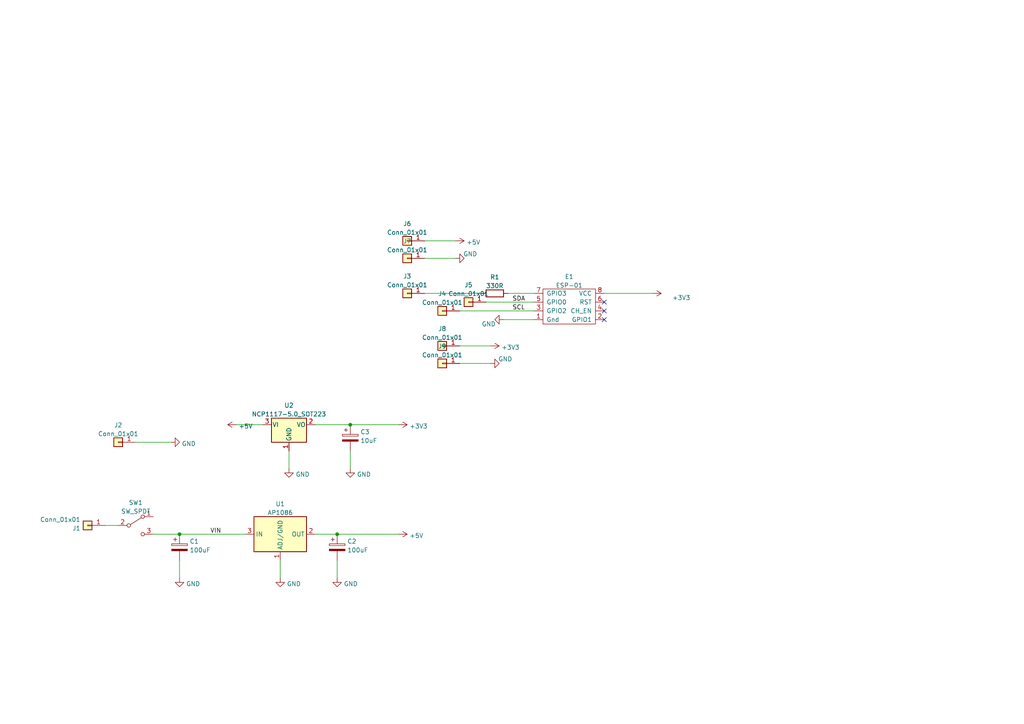
<source format=kicad_sch>
(kicad_sch (version 20211123) (generator eeschema)
  (paper "A4")
  (lib_symbols
    (symbol "Connector_Generic:Conn_01x01" (pin_names (offset 1.016) hide)
      (property "Reference" "J" (at 0 2.54 0))
      (property "Value" "Conn_01x01" (at 0 -2.54 0))
      (symbol "Conn_01x01_1_1"
        (rectangle (start -1.27 0.127) (end 0 -0.127) (stroke (width 0.1524)))
        (rectangle (start -1.27 1.27) (end 1.27 -1.27) (stroke (width 0.254)) (fill (type background)))
        (pin passive line (at -5.08 0 0) (length 3.81) (name "Pin_1") (number "1"))
      )
    )
    (symbol "Device:C_Polarized" (pin_numbers hide) (pin_names (offset 0.254))
      (property "Reference" "C" (at 0.635 2.54 0))
      (property "Value" "C_Polarized" (at 0.635 -2.54 0))
      (symbol "C_Polarized_0_1"
        (rectangle (start -2.286 0.508) (end 2.286 1.016))
        (polyline (pts (xy -1.778 2.286) (xy -0.762 2.286)))
        (polyline (pts (xy -1.27 2.794) (xy -1.27 1.778)))
        (rectangle (start 2.286 -0.508) (end -2.286 -1.016) (fill (type outline)))
      )
      (symbol "C_Polarized_1_1"
        (pin passive line (at 0 3.81 270) (length 2.794) (name "~") (number "1"))
        (pin passive line (at 0 -3.81 90) (length 2.794) (name "~") (number "2"))
      )
    )
    (symbol "Device:R" (pin_numbers hide) (pin_names (offset 0))
      (property "Reference" "R" (at 2.032 0 90))
      (property "Value" "R" (at 0 0 90))
      (symbol "R_0_1"
        (rectangle (start -1.016 -2.54) (end 1.016 2.54) (stroke (width 0.254)))
      )
      (symbol "R_1_1"
        (pin passive line (at 0 3.81 270) (length 1.27) (name "~") (number "1"))
        (pin passive line (at 0 -3.81 90) (length 1.27) (name "~") (number "2"))
      )
    )
    (symbol "Kitecraft_Boards:ESP-01" (pin_names (offset 1.016))
      (property "Reference" "E" (at 0 8.89 0))
      (property "Value" "ESP-01" (at 1.27 -3.81 0))
      (symbol "ESP-01_0_1"
        (polyline (pts (xy -7.62 7.62) (xy -7.62 -2.54) (xy 7.62 -2.54) (xy 7.62 7.62) (xy -7.62 7.62)))
      )
      (symbol "ESP-01_1_1"
        (pin input line (at -10.16 -1.27 0) (length 2.54) (name "Gnd") (number "1"))
        (pin input line (at 10.16 -1.27 180) (length 2.54) (name "GPIO1") (number "2"))
        (pin input line (at -10.16 1.27 0) (length 2.54) (name "GPIO2") (number "3"))
        (pin input line (at 10.16 1.27 180) (length 2.54) (name "CH_EN") (number "4"))
        (pin input line (at -10.16 3.81 0) (length 2.54) (name "GPIO0") (number "5"))
        (pin input line (at 10.16 3.81 180) (length 2.54) (name "RST") (number "6"))
        (pin input line (at -10.16 6.35 0) (length 2.54) (name "GPIO3") (number "7"))
        (pin input line (at 10.16 6.35 180) (length 2.54) (name "VCC") (number "8"))
      )
    )
    (symbol "Kitecraft_Voltage_Regulators:AP1086"
      (property "Reference" "U" (at 0 10.16 0))
      (property "Value" "AP1086" (at 0 7.62 0))
      (symbol "AP1086_1_1"
        (rectangle (start -7.62 -5.08) (end 7.62 5.08) (stroke (width 0.254)) (fill (type background)))
        (pin input line (at 0 -7.62 90) (length 2.54) (name "ADJ/GND") (number "1"))
        (pin power_out line (at 10.16 0 180) (length 2.54) (name "OUT") (number "2"))
        (pin power_in line (at -10.16 0 0) (length 2.54) (name "IN") (number "3"))
      )
    )
    (symbol "Regulator_Linear:NCP1117-5.0_SOT223" (pin_names (offset 0.254))
      (property "Reference" "U" (at -3.81 3.175 0))
      (property "Value" "NCP1117-5.0_SOT223" (at 0 3.175 0))
      (symbol "NCP1117-5.0_SOT223_0_1"
        (rectangle (start -5.08 -5.08) (end 5.08 1.905) (stroke (width 0.254)) (fill (type background)))
      )
      (symbol "NCP1117-5.0_SOT223_1_1"
        (pin power_in line (at 0 -7.62 90) (length 2.54) (name "GND") (number "1"))
        (pin power_out line (at 7.62 0 180) (length 2.54) (name "VO") (number "2"))
        (pin power_in line (at -7.62 0 0) (length 2.54) (name "VI") (number "3"))
      )
    )
    (symbol "Switch:SW_SPDT" (pin_names (offset 0) hide)
      (property "Reference" "SW" (at 0 4.318 0))
      (property "Value" "SW_SPDT" (at 0 -5.08 0))
      (symbol "SW_SPDT_0_0"
        (circle (center -2.032 0) (radius 0.508))
        (circle (center 2.032 -2.54) (radius 0.508))
      )
      (symbol "SW_SPDT_0_1"
        (polyline (pts (xy -1.524 0.254) (xy 1.651 2.286)))
        (circle (center 2.032 2.54) (radius 0.508))
      )
      (symbol "SW_SPDT_1_1"
        (pin passive line (at 5.08 2.54 180) (length 2.54) (name "A") (number "1"))
        (pin passive line (at -5.08 0 0) (length 2.54) (name "B") (number "2"))
        (pin passive line (at 5.08 -2.54 180) (length 2.54) (name "C") (number "3"))
      )
    )
    (symbol "power:+3.3V" (power) (pin_names (offset 0))
      (property "Value" "+3.3V" (at 0 3.556 0))
      (symbol "+3.3V_0_1"
        (polyline (pts (xy -0.762 1.27) (xy 0 2.54)))
        (polyline (pts (xy 0 0) (xy 0 2.54)))
        (polyline (pts (xy 0 2.54) (xy 0.762 1.27)))
      )
      (symbol "+3.3V_1_1"
        (pin power_in line (at 0 0 90) (length 0) hide (name "+3V3") (number "1"))
      )
    )
    (symbol "power:+5V" (power) (pin_names (offset 0))
      (property "Value" "+5V" (at 0 3.556 0))
      (symbol "+5V_0_1"
        (polyline (pts (xy -0.762 1.27) (xy 0 2.54)))
        (polyline (pts (xy 0 0) (xy 0 2.54)))
        (polyline (pts (xy 0 2.54) (xy 0.762 1.27)))
      )
      (symbol "+5V_1_1"
        (pin power_in line (at 0 0 90) (length 0) hide (name "+5V") (number "1"))
      )
    )
    (symbol "power:GND" (power) (pin_names (offset 0))
      (property "Value" "GND" (at 0 -3.81 0))
      (symbol "GND_0_1"
        (polyline (pts (xy 0 0) (xy 0 -1.27) (xy 1.27 -1.27) (xy 0 -2.54) (xy -1.27 -1.27) (xy 0 -1.27)))
      )
      (symbol "GND_1_1"
        (pin power_in line (at 0 0 270) (length 0) hide (name "GND") (number "1"))
      )
    )
  )
  (junction (at 52.07 154.94))
  (junction (at 97.79 154.94))
  (junction (at 101.6 123.19))
  (no_connect (at 175.26 87.63))
  (no_connect (at 175.26 90.17))
  (no_connect (at 175.26 92.71))
  (wire (pts (xy 175.26 85.09) (xy 189.23 85.09)))
  (wire (pts (xy 147.32 85.09) (xy 154.94 85.09)))
  (wire (pts (xy 133.35 105.41) (xy 142.24 105.41)))
  (wire (pts (xy 123.19 85.09) (xy 139.7 85.09)))
  (wire (pts (xy 81.28 162.56) (xy 81.28 167.64)))
  (wire (pts (xy 140.97 87.63) (xy 154.94 87.63)))
  (wire (pts (xy 68.58 123.19) (xy 76.2 123.19)))
  (wire (pts (xy 133.35 90.17) (xy 154.94 90.17)))
  (wire (pts (xy 97.79 154.94) (xy 115.57 154.94)))
  (wire (pts (xy 91.44 154.94) (xy 97.79 154.94)))
  (wire (pts (xy 83.82 130.81) (xy 83.82 135.89)))
  (wire (pts (xy 52.07 162.56) (xy 52.07 167.64)))
  (wire (pts (xy 97.79 162.56) (xy 97.79 167.64)))
  (wire (pts (xy 101.6 123.19) (xy 115.57 123.19)))
  (wire (pts (xy 123.19 74.93) (xy 132.08 74.93)))
  (wire (pts (xy 39.37 128.27) (xy 49.53 128.27)))
  (wire (pts (xy 146.05 92.71) (xy 154.94 92.71)))
  (wire (pts (xy 91.44 123.19) (xy 101.6 123.19)))
  (wire (pts (xy 44.45 154.94) (xy 52.07 154.94)))
  (wire (pts (xy 123.19 69.85) (xy 132.08 69.85)))
  (wire (pts (xy 34.29 152.4) (xy 30.48 152.4)))
  (wire (pts (xy 52.07 154.94) (xy 71.12 154.94)))
  (wire (pts (xy 101.6 130.81) (xy 101.6 135.89)))
  (wire (pts (xy 133.35 100.33) (xy 142.24 100.33)))
  (label "VIN" (at 60.96 154.94 0))
  (label "SDA" (at 148.59 87.63 0))
  (label "SCL" (at 148.59 90.17 0))
  (symbol (lib_id "power:GND") (at 81.28 167.64 0) (unit 1)
    (property "Reference" "#PWR0104" (effects hide))
    (property "Value" "GND" (at 83.185 169.3438 0) (effects (justify left)))
  )
  (symbol (lib_id "power:+5V") (at 132.08 69.85 270) (unit 1)
    (property "Reference" "#PWR0112" (effects hide))
    (property "Value" "+5V" (at 135.255 70.2838 90) (effects (justify left)))
  )
  (symbol (lib_id "power:GND") (at 49.53 128.27 90) (unit 1)
    (property "Reference" "#PWR0101" (effects hide))
    (property "Value" "GND" (at 52.705 128.7038 90) (effects (justify right)))
  )
  (symbol (lib_id "Device:C_Polarized") (at 101.6 127 0) (unit 1)
    (property "Reference" "C3" (at 104.521 125.2763 0) (effects (justify left)))
    (property "Value" "10uF" (at 104.521 127.8132 0) (effects (justify left)))
    (property "Footprint" "Capacitor_SMD:C_0805_2012Metric" (effects hide))
  )
  (symbol (lib_id "Device:C_Polarized") (at 52.07 158.75 0) (unit 1)
    (property "Reference" "C1" (at 54.991 157.0263 0) (effects (justify left)))
    (property "Value" "100uF" (at 54.991 159.5632 0) (effects (justify left)))
    (property "Footprint" "Capacitor_SMD:CP_Elec_6.3x5.9" (effects hide))
  )
  (symbol (lib_id "Connector_Generic:Conn_01x01") (at 128.27 90.17 180) (unit 1)
    (property "Reference" "J4" (at 128.27 85.2002 0))
    (property "Value" "Conn_01x01" (at 128.27 87.7371 0))
    (property "Footprint" "Connectors:1X01" (effects hide))
  )
  (symbol (lib_id "Connector_Generic:Conn_01x01") (at 25.4 152.4 180) (unit 1)
    (property "Reference" "J1" (at 23.368 153.2347 0) (effects (justify left)))
    (property "Value" "Conn_01x01" (at 23.368 150.6978 0) (effects (justify left)))
    (property "Footprint" "Connectors:1X01" (effects hide))
  )
  (symbol (lib_id "Connector_Generic:Conn_01x01") (at 118.11 74.93 180) (unit 1)
    (property "Reference" "J7" (at 118.11 69.9602 0))
    (property "Value" "Conn_01x01" (at 118.11 72.4971 0))
    (property "Footprint" "Connectors:1X01" (effects hide))
  )
  (symbol (lib_id "power:GND") (at 146.05 92.71 270) (unit 1)
    (property "Reference" "#PWR0109" (effects hide))
    (property "Value" "GND" (at 139.7 93.98 90) (effects (justify left)))
  )
  (symbol (lib_id "power:+3.3V") (at 142.24 100.33 270) (unit 1)
    (property "Reference" "#PWR0114" (effects hide))
    (property "Value" "+3.3V" (at 145.415 100.7638 90) (effects (justify left)))
  )
  (symbol (lib_id "Switch:SW_SPDT") (at 39.37 152.4 0) (unit 1)
    (property "Reference" "SW1" (at 39.37 145.7792 0))
    (property "Value" "SW_SPDT" (at 39.37 148.3161 0))
    (property "Footprint" "Kitecraft_Switches:SPDT_Switch_3mm" (effects hide))
  )
  (symbol (lib_id "Device:R") (at 143.51 85.09 90) (unit 1)
    (property "Reference" "R1" (at 143.51 80.3742 90))
    (property "Value" "330R" (at 143.51 82.9111 90))
    (property "Footprint" "Resistor_SMD:R_0201_0603Metric" (effects hide))
  )
  (symbol (lib_id "Connector_Generic:Conn_01x01") (at 118.11 69.85 180) (unit 1)
    (property "Reference" "J6" (at 118.11 64.8802 0))
    (property "Value" "Conn_01x01" (at 118.11 67.4171 0))
    (property "Footprint" "Connectors:1X01" (effects hide))
  )
  (symbol (lib_id "power:+5V") (at 115.57 154.94 270) (unit 1)
    (property "Reference" "#PWR0107" (effects hide))
    (property "Value" "+5V" (at 118.745 155.3738 90) (effects (justify left)))
  )
  (symbol (lib_id "power:GND") (at 101.6 135.89 0) (unit 1)
    (property "Reference" "#PWR0106" (effects hide))
    (property "Value" "GND" (at 103.505 137.5938 0) (effects (justify left)))
  )
  (symbol (lib_id "power:+5V") (at 68.58 123.19 90) (unit 1)
    (property "Reference" "#PWR0115" (effects hide))
    (property "Value" "+5V" (at 69.215 123.6238 90) (effects (justify right)))
  )
  (symbol (lib_id "power:GND") (at 142.24 105.41 90) (unit 1)
    (property "Reference" "#PWR0113" (effects hide))
    (property "Value" "GND" (at 148.59 104.14 90) (effects (justify left)))
  )
  (symbol (lib_id "Connector_Generic:Conn_01x01") (at 34.29 128.27 180) (unit 1)
    (property "Reference" "J2" (at 34.29 123.3002 0))
    (property "Value" "Conn_01x01" (at 34.29 125.8371 0))
    (property "Footprint" "Connectors:1X01" (effects hide))
  )
  (symbol (lib_id "Connector_Generic:Conn_01x01") (at 128.27 105.41 180) (unit 1)
    (property "Reference" "J9" (at 128.27 100.4402 0))
    (property "Value" "Conn_01x01" (at 128.27 102.9771 0))
    (property "Footprint" "Connectors:1X01" (effects hide))
  )
  (symbol (lib_id "power:+3.3V") (at 189.23 85.09 270) (unit 1)
    (property "Reference" "#PWR0110" (effects hide))
    (property "Value" "+3.3V" (at 194.945 86.36 90) (effects (justify left)))
  )
  (symbol (lib_id "Kitecraft_Boards:ESP-01") (at 165.1 91.44 0) (unit 1)
    (property "Reference" "E1" (at 165.1 80.2472 0))
    (property "Value" "ESP-01" (at 165.1 82.7841 0))
    (property "Footprint" "Kitecraft_Boards:ESP-01_With_Header" (effects hide))
  )
  (symbol (lib_id "power:GND") (at 132.08 74.93 90) (unit 1)
    (property "Reference" "#PWR0111" (effects hide))
    (property "Value" "GND" (at 138.43 73.66 90) (effects (justify left)))
  )
  (symbol (lib_id "Kitecraft_Voltage_Regulators:AP1086") (at 81.28 154.94 0) (unit 1)
    (property "Reference" "U1" (at 81.28 146.1602 0))
    (property "Value" "AP1086" (at 81.28 148.6971 0))
    (property "Footprint" "Package_TO_SOT_SMD:TO-263-2" (effects hide))
  )
  (symbol (lib_id "Connector_Generic:Conn_01x01") (at 135.89 87.63 180) (unit 1)
    (property "Reference" "J5" (at 135.89 82.6602 0))
    (property "Value" "Conn_01x01" (at 135.89 85.1971 0))
    (property "Footprint" "Connectors:1X01" (effects hide))
  )
  (symbol (lib_id "power:GND") (at 83.82 135.89 0) (unit 1)
    (property "Reference" "#PWR0103" (effects hide))
    (property "Value" "GND" (at 85.725 137.5938 0) (effects (justify left)))
  )
  (symbol (lib_id "power:GND") (at 52.07 167.64 0) (unit 1)
    (property "Reference" "#PWR0102" (effects hide))
    (property "Value" "GND" (at 53.975 169.3438 0) (effects (justify left)))
  )
  (symbol (lib_id "Regulator_Linear:NCP1117-5.0_SOT223") (at 83.82 123.19 0) (unit 1)
    (property "Reference" "U2" (at 83.82 117.5852 0))
    (property "Value" "NCP1117-5.0_SOT223" (at 83.82 120.1221 0))
    (property "Footprint" "Package_TO_SOT_SMD:SOT-223-3_TabPin2" (effects hide))
    (property "Datasheet" "http://www.onsemi.com/pub_link/Collateral/NCP1117-D.PDF" (effects hide))
  )
  (symbol (lib_id "power:GND") (at 97.79 167.64 0) (unit 1)
    (property "Reference" "#PWR0105" (effects hide))
    (property "Value" "GND" (at 99.695 169.3438 0) (effects (justify left)))
  )
  (symbol (lib_id "Connector_Generic:Conn_01x01") (at 128.27 100.33 180) (unit 1)
    (property "Reference" "J8" (at 128.27 95.3602 0))
    (property "Value" "Conn_01x01" (at 128.27 97.8971 0))
    (property "Footprint" "Connectors:1X01" (effects hide))
  )
  (symbol (lib_id "Connector_Generic:Conn_01x01") (at 118.11 85.09 180) (unit 1)
    (property "Reference" "J3" (at 118.11 80.1202 0))
    (property "Value" "Conn_01x01" (at 118.11 82.6571 0))
    (property "Footprint" "Connectors:1X01" (effects hide))
  )
  (symbol (lib_id "power:+3.3V") (at 115.57 123.19 270) (unit 1)
    (property "Reference" "#PWR0108" (effects hide))
    (property "Value" "+3.3V" (at 118.745 123.6238 90) (effects (justify left)))
  )
  (symbol (lib_id "Device:C_Polarized") (at 97.79 158.75 0) (unit 1)
    (property "Reference" "C2" (at 100.711 157.0263 0) (effects (justify left)))
    (property "Value" "100uF" (at 100.711 159.5632 0) (effects (justify left)))
    (property "Footprint" "Capacitor_SMD:CP_Elec_6.3x5.9" (effects hide))
  )
)
</source>
